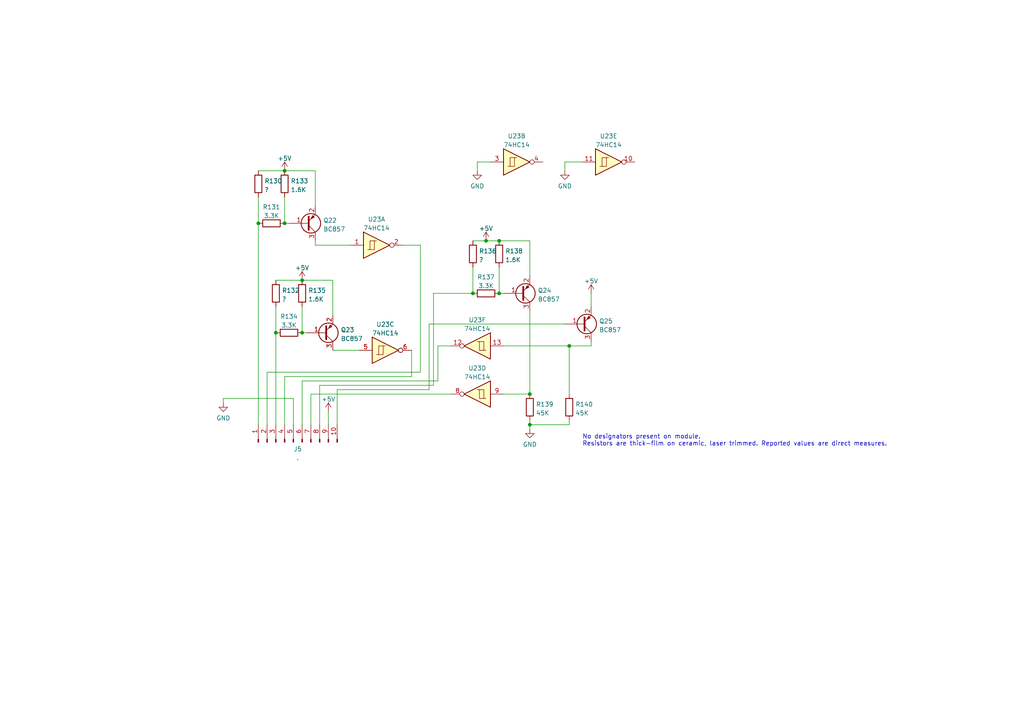
<source format=kicad_sch>
(kicad_sch (version 20231120) (generator "eeschema") (generator_version "8.0")
  (paper "A4")
  (lib_symbols
    (symbol "+5V_3" (power) (pin_names (offset 0))
      (property "Value" "+5V_3" (at 0 3.556 0))
      (symbol "+5V_3_0_1"
        (polyline (pts (xy -0.762 1.27) (xy 0 2.54)))
        (polyline (pts (xy 0 0) (xy 0 2.54)))
        (polyline (pts (xy 0 2.54) (xy 0.762 1.27)))
      )
      (symbol "+5V_3_1_1"
        (pin power_in line (at 0 0 90) (length 0) hide (name "+5V") (number "1"))
      )
    )
    (symbol "74xx:74HC14" (pin_names (offset 1.016))
      (property "Reference" "U" (at 0 1.27 0))
      (property "Value" "74HC14" (at 0 -1.27 0))
      (symbol "74HC14_1_0"
        (polyline (pts (xy -3.81 3.81) (xy -3.81 -3.81) (xy 3.81 0) (xy -3.81 3.81)) (stroke (width 0.254)) (fill (type background)))
        (pin input line (at -7.62 0 0) (length 3.81) (name "~") (number "1"))
        (pin output inverted (at 7.62 0 180) (length 3.81) (name "~") (number "2"))
      )
      (symbol "74HC14_1_1"
        (polyline (pts (xy -1.905 -1.27) (xy -1.905 1.27) (xy -0.635 1.27)))
        (polyline (pts (xy -2.54 -1.27) (xy -0.635 -1.27) (xy -0.635 1.27) (xy 0 1.27)))
      )
      (symbol "74HC14_2_0"
        (polyline (pts (xy -3.81 3.81) (xy -3.81 -3.81) (xy 3.81 0) (xy -3.81 3.81)) (stroke (width 0.254)) (fill (type background)))
        (pin input line (at -7.62 0 0) (length 3.81) (name "~") (number "3"))
        (pin output inverted (at 7.62 0 180) (length 3.81) (name "~") (number "4"))
      )
      (symbol "74HC14_2_1"
        (polyline (pts (xy -1.905 -1.27) (xy -1.905 1.27) (xy -0.635 1.27)))
        (polyline (pts (xy -2.54 -1.27) (xy -0.635 -1.27) (xy -0.635 1.27) (xy 0 1.27)))
      )
      (symbol "74HC14_3_0"
        (polyline (pts (xy -3.81 3.81) (xy -3.81 -3.81) (xy 3.81 0) (xy -3.81 3.81)) (stroke (width 0.254)) (fill (type background)))
        (pin input line (at -7.62 0 0) (length 3.81) (name "~") (number "5"))
        (pin output inverted (at 7.62 0 180) (length 3.81) (name "~") (number "6"))
      )
      (symbol "74HC14_3_1"
        (polyline (pts (xy -1.905 -1.27) (xy -1.905 1.27) (xy -0.635 1.27)))
        (polyline (pts (xy -2.54 -1.27) (xy -0.635 -1.27) (xy -0.635 1.27) (xy 0 1.27)))
      )
      (symbol "74HC14_4_0"
        (polyline (pts (xy -3.81 3.81) (xy -3.81 -3.81) (xy 3.81 0) (xy -3.81 3.81)) (stroke (width 0.254)) (fill (type background)))
        (pin output inverted (at 7.62 0 180) (length 3.81) (name "~") (number "8"))
        (pin input line (at -7.62 0 0) (length 3.81) (name "~") (number "9"))
      )
      (symbol "74HC14_4_1"
        (polyline (pts (xy -1.905 -1.27) (xy -1.905 1.27) (xy -0.635 1.27)))
        (polyline (pts (xy -2.54 -1.27) (xy -0.635 -1.27) (xy -0.635 1.27) (xy 0 1.27)))
      )
      (symbol "74HC14_5_0"
        (polyline (pts (xy -3.81 3.81) (xy -3.81 -3.81) (xy 3.81 0) (xy -3.81 3.81)) (stroke (width 0.254)) (fill (type background)))
        (pin output inverted (at 7.62 0 180) (length 3.81) (name "~") (number "10"))
        (pin input line (at -7.62 0 0) (length 3.81) (name "~") (number "11"))
      )
      (symbol "74HC14_5_1"
        (polyline (pts (xy -1.905 -1.27) (xy -1.905 1.27) (xy -0.635 1.27)))
        (polyline (pts (xy -2.54 -1.27) (xy -0.635 -1.27) (xy -0.635 1.27) (xy 0 1.27)))
      )
      (symbol "74HC14_6_0"
        (polyline (pts (xy -3.81 3.81) (xy -3.81 -3.81) (xy 3.81 0) (xy -3.81 3.81)) (stroke (width 0.254)) (fill (type background)))
        (pin output inverted (at 7.62 0 180) (length 3.81) (name "~") (number "12"))
        (pin input line (at -7.62 0 0) (length 3.81) (name "~") (number "13"))
      )
      (symbol "74HC14_6_1"
        (polyline (pts (xy -1.905 -1.27) (xy -1.905 1.27) (xy -0.635 1.27)))
        (polyline (pts (xy -2.54 -1.27) (xy -0.635 -1.27) (xy -0.635 1.27) (xy 0 1.27)))
      )
      (symbol "74HC14_7_0"
        (pin power_in line (at 0 12.7 270) (length 5.08) (name "VCC") (number "14"))
        (pin power_in line (at 0 -12.7 90) (length 5.08) (name "GND") (number "7"))
      )
      (symbol "74HC14_7_1"
        (rectangle (start -5.08 7.62) (end 5.08 -7.62) (stroke (width 0.254)) (fill (type background)))
      )
    )
    (symbol "Connector:Conn_01x10_Male" (pin_names (offset 1.016) hide)
      (property "Reference" "J" (at 0 12.7 0))
      (property "Value" "Conn_01x10_Male" (at 0 -15.24 0))
      (symbol "Conn_01x10_Male_1_1"
        (polyline (pts (xy 1.27 -12.7) (xy 0.8636 -12.7)) (stroke (width 0.1524)))
        (polyline (pts (xy 1.27 -10.16) (xy 0.8636 -10.16)) (stroke (width 0.1524)))
        (polyline (pts (xy 1.27 -7.62) (xy 0.8636 -7.62)) (stroke (width 0.1524)))
        (polyline (pts (xy 1.27 -5.08) (xy 0.8636 -5.08)) (stroke (width 0.1524)))
        (polyline (pts (xy 1.27 -2.54) (xy 0.8636 -2.54)) (stroke (width 0.1524)))
        (polyline (pts (xy 1.27 0) (xy 0.8636 0)) (stroke (width 0.1524)))
        (polyline (pts (xy 1.27 2.54) (xy 0.8636 2.54)) (stroke (width 0.1524)))
        (polyline (pts (xy 1.27 5.08) (xy 0.8636 5.08)) (stroke (width 0.1524)))
        (polyline (pts (xy 1.27 7.62) (xy 0.8636 7.62)) (stroke (width 0.1524)))
        (polyline (pts (xy 1.27 10.16) (xy 0.8636 10.16)) (stroke (width 0.1524)))
        (rectangle (start 0.8636 -12.573) (end 0 -12.827) (stroke (width 0.1524)) (fill (type outline)))
        (rectangle (start 0.8636 -10.033) (end 0 -10.287) (stroke (width 0.1524)) (fill (type outline)))
        (rectangle (start 0.8636 -7.493) (end 0 -7.747) (stroke (width 0.1524)) (fill (type outline)))
        (rectangle (start 0.8636 -4.953) (end 0 -5.207) (stroke (width 0.1524)) (fill (type outline)))
        (rectangle (start 0.8636 -2.413) (end 0 -2.667) (stroke (width 0.1524)) (fill (type outline)))
        (rectangle (start 0.8636 0.127) (end 0 -0.127) (stroke (width 0.1524)) (fill (type outline)))
        (rectangle (start 0.8636 2.667) (end 0 2.413) (stroke (width 0.1524)) (fill (type outline)))
        (rectangle (start 0.8636 5.207) (end 0 4.953) (stroke (width 0.1524)) (fill (type outline)))
        (rectangle (start 0.8636 7.747) (end 0 7.493) (stroke (width 0.1524)) (fill (type outline)))
        (rectangle (start 0.8636 10.287) (end 0 10.033) (stroke (width 0.1524)) (fill (type outline)))
        (pin passive line (at 5.08 10.16 180) (length 3.81) (name "Pin_1") (number "1"))
        (pin passive line (at 5.08 -12.7 180) (length 3.81) (name "Pin_10") (number "10"))
        (pin passive line (at 5.08 7.62 180) (length 3.81) (name "Pin_2") (number "2"))
        (pin passive line (at 5.08 5.08 180) (length 3.81) (name "Pin_3") (number "3"))
        (pin passive line (at 5.08 2.54 180) (length 3.81) (name "Pin_4") (number "4"))
        (pin passive line (at 5.08 0 180) (length 3.81) (name "Pin_5") (number "5"))
        (pin passive line (at 5.08 -2.54 180) (length 3.81) (name "Pin_6") (number "6"))
        (pin passive line (at 5.08 -5.08 180) (length 3.81) (name "Pin_7") (number "7"))
        (pin passive line (at 5.08 -7.62 180) (length 3.81) (name "Pin_8") (number "8"))
        (pin passive line (at 5.08 -10.16 180) (length 3.81) (name "Pin_9") (number "9"))
      )
    )
    (symbol "Device:R" (pin_numbers hide) (pin_names (offset 0))
      (property "Reference" "R" (at 2.032 0 90))
      (property "Value" "R" (at 0 0 90))
      (symbol "R_0_1"
        (rectangle (start -1.016 -2.54) (end 1.016 2.54) (stroke (width 0.254)))
      )
      (symbol "R_1_1"
        (pin passive line (at 0 3.81 270) (length 1.27) (name "~") (number "1"))
        (pin passive line (at 0 -3.81 90) (length 1.27) (name "~") (number "2"))
      )
    )
    (symbol "GND_5" (power) (pin_names (offset 0))
      (property "Value" "GND_5" (at 0 -3.81 0))
      (symbol "GND_5_0_1"
        (polyline (pts (xy 0 0) (xy 0 -1.27) (xy 1.27 -1.27) (xy 0 -2.54) (xy -1.27 -1.27) (xy 0 -1.27)))
      )
      (symbol "GND_5_1_1"
        (pin power_in line (at 0 0 270) (length 0) hide (name "GND") (number "1"))
      )
    )
    (symbol "Transistor_BJT:BC857" (pin_names (offset 0) hide)
      (property "Reference" "Q" (at 5.08 1.905 0))
      (property "Value" "BC857" (at 5.08 0 0))
      (symbol "BC857_0_1"
        (polyline (pts (xy 0.635 0.635) (xy 2.54 2.54)))
        (polyline (pts (xy 0.635 -0.635) (xy 2.54 -2.54) (xy 2.54 -2.54)))
        (polyline (pts (xy 0.635 1.905) (xy 0.635 -1.905) (xy 0.635 -1.905)) (stroke (width 0.508)))
        (polyline (pts (xy 2.286 -1.778) (xy 1.778 -2.286) (xy 1.27 -1.27) (xy 2.286 -1.778) (xy 2.286 -1.778)) (fill (type outline)))
        (circle (center 1.27 0) (radius 2.8194) (stroke (width 0.254)))
      )
      (symbol "BC857_1_1"
        (pin input line (at -5.08 0 0) (length 5.715) (name "B") (number "1"))
        (pin passive line (at 2.54 -5.08 90) (length 2.54) (name "E") (number "2"))
        (pin passive line (at 2.54 5.08 270) (length 2.54) (name "C") (number "3"))
      )
    )
  )
  (junction (at 144.78 69.85))
  (junction (at 87.63 96.52))
  (junction (at 87.63 81.28))
  (junction (at 82.55 49.53))
  (junction (at 144.78 85.09))
  (junction (at 153.67 123.19))
  (junction (at 140.97 69.85))
  (junction (at 74.93 64.77))
  (junction (at 137.16 85.09))
  (junction (at 165.1 100.33))
  (junction (at 82.55 64.77))
  (junction (at 153.67 114.3))
  (junction (at 80.01 96.52))
  (wire (pts (xy 137.16 69.85) (xy 140.97 69.85)))
  (wire (pts (xy 91.44 69.85) (xy 91.44 71.12)))
  (wire (pts (xy 80.01 81.28) (xy 87.63 81.28)))
  (wire (pts (xy 125.73 111.76) (xy 125.73 85.09)))
  (wire (pts (xy 92.71 123.19) (xy 92.71 111.76)))
  (wire (pts (xy 87.63 123.19) (xy 87.63 110.49)))
  (wire (pts (xy 127 110.49) (xy 127 100.33)))
  (wire (pts (xy 121.92 71.12) (xy 116.84 71.12)))
  (wire (pts (xy 80.01 96.52) (xy 80.01 123.19)))
  (wire (pts (xy 82.55 123.19) (xy 82.55 109.22)))
  (wire (pts (xy 91.44 49.53) (xy 82.55 49.53)))
  (wire (pts (xy 85.09 115.57) (xy 64.77 115.57)))
  (wire (pts (xy 80.01 88.9) (xy 80.01 96.52)))
  (wire (pts (xy 121.92 71.12) (xy 121.92 107.95)))
  (wire (pts (xy 144.78 77.47) (xy 144.78 85.09)))
  (wire (pts (xy 90.17 123.19) (xy 90.17 114.3)))
  (wire (pts (xy 138.43 46.99) (xy 138.43 49.53)))
  (wire (pts (xy 146.05 100.33) (xy 165.1 100.33)))
  (wire (pts (xy 85.09 123.19) (xy 85.09 115.57)))
  (wire (pts (xy 96.52 91.44) (xy 96.52 81.28)))
  (wire (pts (xy 171.45 99.06) (xy 171.45 100.33)))
  (wire (pts (xy 119.38 109.22) (xy 119.38 101.6)))
  (wire (pts (xy 77.47 107.95) (xy 77.47 123.19)))
  (wire (pts (xy 121.92 107.95) (xy 77.47 107.95)))
  (wire (pts (xy 153.67 114.3) (xy 146.05 114.3)))
  (wire (pts (xy 74.93 64.77) (xy 74.93 123.19)))
  (wire (pts (xy 87.63 88.9) (xy 87.63 96.52)))
  (wire (pts (xy 153.67 90.17) (xy 153.67 114.3)))
  (wire (pts (xy 124.46 93.98) (xy 163.83 93.98)))
  (wire (pts (xy 97.79 123.19) (xy 97.79 113.03)))
  (wire (pts (xy 153.67 123.19) (xy 165.1 123.19)))
  (wire (pts (xy 140.97 69.85) (xy 144.78 69.85)))
  (wire (pts (xy 142.24 46.99) (xy 138.43 46.99)))
  (wire (pts (xy 153.67 123.19) (xy 153.67 124.46)))
  (wire (pts (xy 92.71 111.76) (xy 125.73 111.76)))
  (wire (pts (xy 163.83 46.99) (xy 163.83 49.53)))
  (wire (pts (xy 165.1 100.33) (xy 165.1 114.3)))
  (wire (pts (xy 74.93 49.53) (xy 82.55 49.53)))
  (wire (pts (xy 153.67 80.01) (xy 153.67 69.85)))
  (wire (pts (xy 127 100.33) (xy 130.81 100.33)))
  (wire (pts (xy 87.63 110.49) (xy 127 110.49)))
  (wire (pts (xy 95.25 123.19) (xy 95.25 119.38)))
  (wire (pts (xy 146.05 85.09) (xy 144.78 85.09)))
  (wire (pts (xy 153.67 121.92) (xy 153.67 123.19)))
  (wire (pts (xy 153.67 69.85) (xy 144.78 69.85)))
  (wire (pts (xy 171.45 85.09) (xy 171.45 88.9)))
  (wire (pts (xy 88.9 96.52) (xy 87.63 96.52)))
  (wire (pts (xy 91.44 59.69) (xy 91.44 49.53)))
  (wire (pts (xy 91.44 71.12) (xy 101.6 71.12)))
  (wire (pts (xy 96.52 101.6) (xy 104.14 101.6)))
  (wire (pts (xy 90.17 114.3) (xy 130.81 114.3)))
  (wire (pts (xy 83.82 64.77) (xy 82.55 64.77)))
  (wire (pts (xy 74.93 57.15) (xy 74.93 64.77)))
  (wire (pts (xy 168.91 46.99) (xy 163.83 46.99)))
  (wire (pts (xy 97.79 113.03) (xy 124.46 113.03)))
  (wire (pts (xy 82.55 109.22) (xy 119.38 109.22)))
  (wire (pts (xy 165.1 100.33) (xy 171.45 100.33)))
  (wire (pts (xy 82.55 57.15) (xy 82.55 64.77)))
  (wire (pts (xy 165.1 121.92) (xy 165.1 123.19)))
  (wire (pts (xy 137.16 77.47) (xy 137.16 85.09)))
  (wire (pts (xy 64.77 115.57) (xy 64.77 116.84)))
  (wire (pts (xy 124.46 113.03) (xy 124.46 93.98)))
  (wire (pts (xy 96.52 81.28) (xy 87.63 81.28)))
  (wire (pts (xy 125.73 85.09) (xy 137.16 85.09)))
  (text "No designators present on module.\nResistors are thick-film on ceramic, laser trimmed. Reported values are direct measures." (at 168.91 129.54 0) (effects (font (size 1.27 1.27)) (justify left bottom)))
  (symbol (lib_id "Device:R") (at 144.78 73.66 0) (unit 1)
    (property "Reference" "R138" (at 146.558 72.8253 0) (effects (justify left)))
    (property "Value" "1.6K" (at 146.558 75.3622 0) (effects (justify left)))
  )
  (symbol (lib_name "GND_5") (lib_id "power:GND") (at 153.67 124.46 0) (unit 1)
    (property "Reference" "#PWR0262" (effects (hide yes)))
    (property "Value" "GND" (at 153.67 128.9034 0))
  )
  (symbol (lib_name "GND_5") (lib_id "power:GND") (at 163.83 49.53 0) (unit 1)
    (property "Reference" "#PWR0263" (effects (hide yes)))
    (property "Value" "GND" (at 163.83 53.9734 0))
  )
  (symbol (lib_id "Device:R") (at 165.1 118.11 0) (unit 1)
    (property "Reference" "R140" (at 166.878 117.2753 0) (effects (justify left)))
    (property "Value" "45K" (at 166.878 119.8122 0) (effects (justify left)))
  )
  (symbol (lib_id "Device:R") (at 80.01 85.09 0) (unit 1)
    (property "Reference" "R132" (at 81.788 84.2553 0) (effects (justify left)))
    (property "Value" "?" (at 81.788 86.7922 0) (effects (justify left)))
  )
  (symbol (lib_id "Transistor_BJT:BC857") (at 168.91 93.98 0) (mirror x) (unit 1)
    (property "Reference" "Q25" (at 173.7614 93.1453 0) (effects (justify left)))
    (property "Value" "BC857" (at 173.7614 95.6822 0) (effects (justify left)))
    (property "Footprint" "Package_TO_SOT_SMD:SOT-23" (effects (hide yes)))
    (property "Datasheet" "https://www.onsemi.com/pub/Collateral/BC860-D.pdf" (effects (hide yes)))
  )
  (symbol (lib_id "Transistor_BJT:BC857") (at 93.98 96.52 0) (mirror x) (unit 1)
    (property "Reference" "Q23" (at 98.8314 95.6853 0) (effects (justify left)))
    (property "Value" "BC857" (at 98.8314 98.2222 0) (effects (justify left)))
    (property "Footprint" "Package_TO_SOT_SMD:SOT-23" (effects (hide yes)))
    (property "Datasheet" "https://www.onsemi.com/pub/Collateral/BC860-D.pdf" (effects (hide yes)))
  )
  (symbol (lib_name "+5V_3") (lib_id "power:+5V") (at 82.55 49.53 0) (unit 1)
    (property "Reference" "#PWR0257" (effects (hide yes)))
    (property "Value" "+5V" (at 82.55 45.9542 0))
  )
  (symbol (lib_name "+5V_3") (lib_id "power:+5V") (at 87.63 81.28 0) (unit 1)
    (property "Reference" "#PWR0258" (effects (hide yes)))
    (property "Value" "+5V" (at 87.63 77.7042 0))
  )
  (symbol (lib_id "74xx:74HC14") (at 109.22 71.12 0) (unit 1)
    (property "Reference" "U23" (at 109.22 63.6102 0))
    (property "Value" "74HC14" (at 109.22 66.1471 0))
    (property "Datasheet" "http://www.ti.com/lit/gpn/sn74HC14" (effects (hide yes)))
  )
  (symbol (lib_name "+5V_3") (lib_id "power:+5V") (at 95.25 119.38 0) (unit 1)
    (property "Reference" "#PWR0259" (effects (hide yes)))
    (property "Value" "+5V" (at 95.25 115.8042 0))
  )
  (symbol (lib_id "Device:R") (at 83.82 96.52 270) (unit 1)
    (property "Reference" "R134" (at 83.82 91.8042 90))
    (property "Value" "3.3K" (at 83.82 94.3411 90))
  )
  (symbol (lib_name "GND_5") (lib_id "power:GND") (at 138.43 49.53 0) (unit 1)
    (property "Reference" "#PWR0260" (effects (hide yes)))
    (property "Value" "GND" (at 138.43 53.9734 0))
  )
  (symbol (lib_id "Device:R") (at 74.93 53.34 0) (unit 1)
    (property "Reference" "R130" (at 76.708 52.5053 0) (effects (justify left)))
    (property "Value" "?" (at 76.708 55.0422 0) (effects (justify left)))
  )
  (symbol (lib_id "Connector:Conn_01x10_Male") (at 85.09 128.27 90) (unit 1)
    (property "Reference" "J5" (at 86.36 130.2496 90))
    (property "Value" "." (at 86.36 132.7865 90))
  )
  (symbol (lib_name "+5V_3") (lib_id "power:+5V") (at 140.97 69.85 0) (unit 1)
    (property "Reference" "#PWR0261" (effects (hide yes)))
    (property "Value" "+5V" (at 140.97 66.2742 0))
  )
  (symbol (lib_id "Transistor_BJT:BC857") (at 151.13 85.09 0) (mirror x) (unit 1)
    (property "Reference" "Q24" (at 155.9814 84.2553 0) (effects (justify left)))
    (property "Value" "BC857" (at 155.9814 86.7922 0) (effects (justify left)))
    (property "Footprint" "Package_TO_SOT_SMD:SOT-23" (effects (hide yes)))
    (property "Datasheet" "https://www.onsemi.com/pub/Collateral/BC860-D.pdf" (effects (hide yes)))
  )
  (symbol (lib_id "Transistor_BJT:BC857") (at 88.9 64.77 0) (mirror x) (unit 1)
    (property "Reference" "Q22" (at 93.7514 63.9353 0) (effects (justify left)))
    (property "Value" "BC857" (at 93.7514 66.4722 0) (effects (justify left)))
    (property "Footprint" "Package_TO_SOT_SMD:SOT-23" (effects (hide yes)))
    (property "Datasheet" "https://www.onsemi.com/pub/Collateral/BC860-D.pdf" (effects (hide yes)))
  )
  (symbol (lib_id "Device:R") (at 78.74 64.77 270) (unit 1)
    (property "Reference" "R131" (at 78.74 60.0542 90))
    (property "Value" "3.3K" (at 78.74 62.5911 90))
  )
  (symbol (lib_id "74xx:74HC14") (at 138.43 114.3 0) (mirror y) (unit 4)
    (property "Reference" "U23" (at 138.43 106.7902 0))
    (property "Value" "74HC14" (at 138.43 109.3271 0))
    (property "Datasheet" "http://www.ti.com/lit/gpn/sn74HC14" (effects (hide yes)))
  )
  (symbol (lib_name "GND_5") (lib_id "power:GND") (at 64.77 116.84 0) (unit 1)
    (property "Reference" "#PWR0256" (effects (hide yes)))
    (property "Value" "GND" (at 64.77 121.2834 0))
  )
  (symbol (lib_name "+5V_3") (lib_id "power:+5V") (at 171.45 85.09 0) (unit 1)
    (property "Reference" "#PWR0264" (effects (hide yes)))
    (property "Value" "+5V" (at 171.45 81.5142 0))
  )
  (symbol (lib_id "Device:R") (at 140.97 85.09 270) (unit 1)
    (property "Reference" "R137" (at 140.97 80.3742 90))
    (property "Value" "3.3K" (at 140.97 82.9111 90))
  )
  (symbol (lib_id "74xx:74HC14") (at 111.76 101.6 0) (unit 3)
    (property "Reference" "U23" (at 111.76 94.0902 0))
    (property "Value" "74HC14" (at 111.76 96.6271 0))
    (property "Datasheet" "http://www.ti.com/lit/gpn/sn74HC14" (effects (hide yes)))
  )
  (symbol (lib_id "Device:R") (at 82.55 53.34 0) (unit 1)
    (property "Reference" "R133" (at 84.328 52.5053 0) (effects (justify left)))
    (property "Value" "1.6K" (at 84.328 55.0422 0) (effects (justify left)))
  )
  (symbol (lib_id "74xx:74HC14") (at 176.53 46.99 0) (unit 5)
    (property "Reference" "U23" (at 176.53 39.4802 0))
    (property "Value" "74HC14" (at 176.53 42.0171 0))
    (property "Datasheet" "http://www.ti.com/lit/gpn/sn74HC14" (effects (hide yes)))
  )
  (symbol (lib_id "Device:R") (at 87.63 85.09 0) (unit 1)
    (property "Reference" "R135" (at 89.408 84.2553 0) (effects (justify left)))
    (property "Value" "1.6K" (at 89.408 86.7922 0) (effects (justify left)))
  )
  (symbol (lib_id "74xx:74HC14") (at 138.43 100.33 0) (mirror y) (unit 6)
    (property "Reference" "U23" (at 138.43 92.8202 0))
    (property "Value" "74HC14" (at 138.43 95.3571 0))
    (property "Datasheet" "http://www.ti.com/lit/gpn/sn74HC14" (effects (hide yes)))
  )
  (symbol (lib_id "Device:R") (at 153.67 118.11 0) (unit 1)
    (property "Reference" "R139" (at 155.448 117.2753 0) (effects (justify left)))
    (property "Value" "45K" (at 155.448 119.8122 0) (effects (justify left)))
  )
  (symbol (lib_id "Device:R") (at 137.16 73.66 0) (unit 1)
    (property "Reference" "R136" (at 138.938 72.8253 0) (effects (justify left)))
    (property "Value" "?" (at 138.938 75.3622 0) (effects (justify left)))
  )
  (symbol (lib_id "74xx:74HC14") (at 149.86 46.99 0) (unit 2)
    (property "Reference" "U23" (at 149.86 39.4802 0))
    (property "Value" "74HC14" (at 149.86 42.0171 0))
    (property "Datasheet" "http://www.ti.com/lit/gpn/sn74HC14" (effects (hide yes)))
  )
)
</source>
